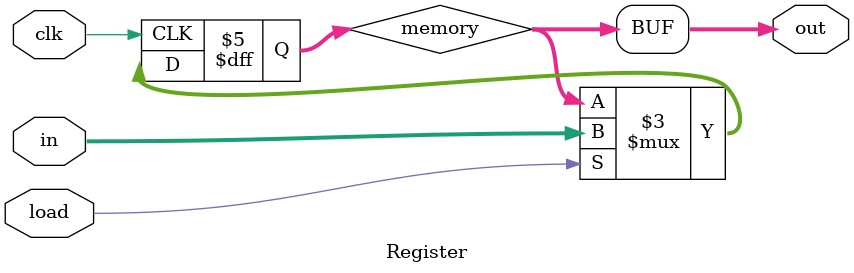
<source format=sv>
module Register #(parameter WIDTH = 16)(
    input logic clk,
    input logic load,
    input logic  [WIDTH - 1 : 0]  in,
    output logic [WIDTH - 1 : 0] out
);

logic [WIDTH - 1 : 0] memory;

initial begin  
    memory = WIDTH'(0);  
end  

always @(posedge clk) begin
    if (load) begin
        memory <= in;
    end
end

assign out = memory;

endmodule
</source>
